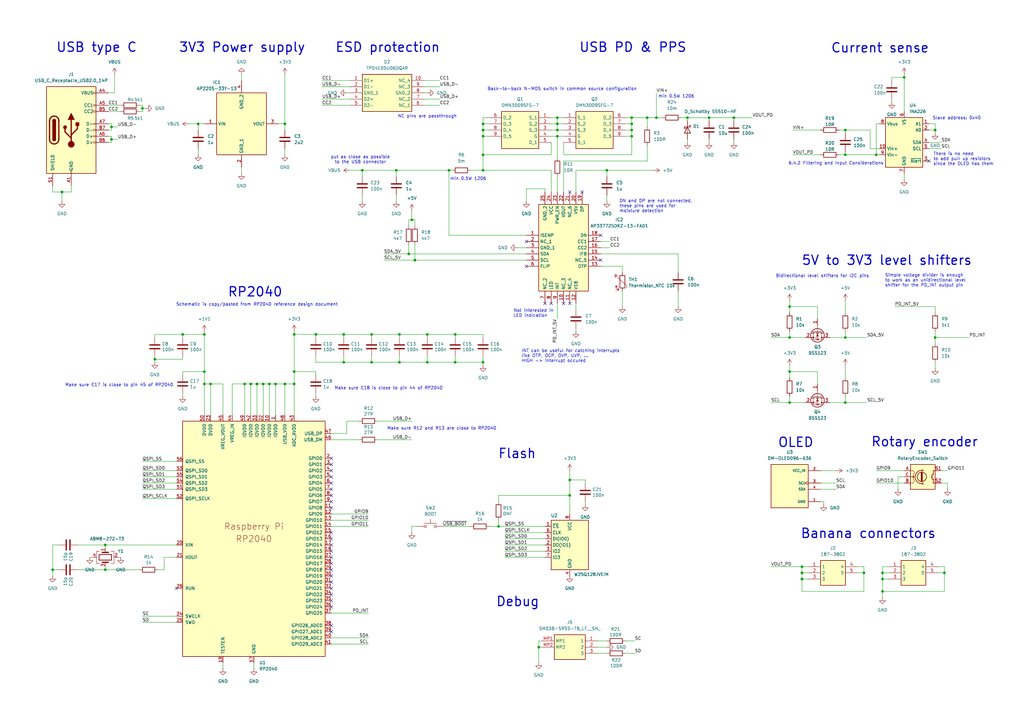
<source format=kicad_sch>
(kicad_sch (version 20250114) (generator "eeschema") (generator_version "9.0")
  (paper "A3")
  (text "6.4.2 Filtering and Input Considerations" (at 342.9 67.056 0) (effects (font (size 1.27 1.27))))
  (text "Bidirectional level shifters for I2C pins" (at 337.312 113.284 0) (effects (font (size 1.27 1.27))))
  (text "min 0.5W 1206" (at 277.368 39.624 0) (effects (font (size 1.27 1.27))))
  (text "Not interested in\nLED indication" (at 210.566 128.524 0) (effects (font (size 1.27 1.27)) (justify left)))
  (text "Back-to-back N-MOS switch in common source configuration" (at 199.898 36.576 0) (effects (font (size 1.27 1.27)) (justify left)))
  (text "DN and DP are not connected,\nthese pins are used for\nmoisture detection" (at 254 84.582 0) (effects (font (size 1.27 1.27)) (justify left)))
  (text "Debug" (at 212.344 246.888 0) (effects (font (size 3.81 3.81) (thickness 0.4763))))
  (text "put as close as possible\nto the USB connector" (at 147.828 65.532 0) (effects (font (size 1.27 1.27))))
  (text "ESD protection" (at 159.004 19.558 0) (effects (font (size 3.81 3.81) (thickness 0.4763))))
  (text "Banana connectors" (at 356.108 218.948 0) (effects (font (size 3.81 3.81) (thickness 0.4763))))
  (text "OLED" (at 326.39 181.61 0) (effects (font (size 3.81 3.81) (thickness 0.4763))))
  (text "Slave address: 0x40" (at 392.43 48.514 0) (effects (font (size 1.27 1.27))))
  (text "USB PD & PPS" (at 259.588 19.558 0) (effects (font (size 3.81 3.81) (thickness 0.4763))))
  (text "Make sure R12 and R13 are close to RP2040" (at 158.75 176.53 0) (effects (font (size 1.27 1.27)) (justify left bottom)))
  (text "There is no need\nto add pull up resistors\nsince the OLED has them " (at 382.778 65.278 0) (effects (font (size 1.27 1.27)) (justify left)))
  (text "Flash" (at 212.09 186.182 0) (effects (font (size 3.81 3.81) (thickness 0.4763))))
  (text "3V3 Power supply" (at 99.314 19.558 0) (effects (font (size 3.81 3.81) (thickness 0.4763))))
  (text "INT can be useful for catching interrupts\nlike OTP, OCP, OVP, UVP, ...\nHIGH -> interrupt occured" (at 213.868 146.05 0) (effects (font (size 1.27 1.27)) (justify left)))
  (text "min 0.5W 1206" (at 192.024 73.406 0) (effects (font (size 1.27 1.27))))
  (text "Make sure C17 is close to pin 45 of RP2040" (at 26.67 158.75 0) (effects (font (size 1.27 1.27)) (justify left bottom)))
  (text "Schematic is copy/pasted from RP2040 reference design document" (at 105.41 124.968 0) (effects (font (size 1.27 1.27))))
  (text "Make sure C18 is close to pin 44 of RP2040" (at 137.16 160.02 0) (effects (font (size 1.27 1.27)) (justify left bottom)))
  (text "NC pins are passthrough" (at 175.26 47.752 0) (effects (font (size 1.27 1.27))))
  (text "RP2040" (at 104.648 119.888 0) (effects (font (size 3.81 3.81) (thickness 0.4763))))
  (text "Current sense" (at 360.934 19.812 0) (effects (font (size 3.81 3.81) (thickness 0.4763))))
  (text "Rotary encoder" (at 379.222 181.356 0) (effects (font (size 3.81 3.81) (thickness 0.4763))))
  (text "5V to 3V3 level shifters" (at 363.728 106.934 0) (effects (font (size 3.81 3.81) (thickness 0.4763))))
  (text "USB type C" (at 39.624 19.558 0) (effects (font (size 3.81 3.81) (thickness 0.4763))))
  (text "Simple voltage divider is enough\nto work as an unidirectional level\nshifter for the PD_INT output pin" (at 362.966 115.062 0) (effects (font (size 1.27 1.27)) (justify left)))
  (junction (at 323.85 125.73))
  (junction (at 383.54 138.43))
  (junction (at 228.6 50.8))
  (junction (at 233.68 196.85))
  (junction (at 21.59 233.68))
  (junction (at 170.18 106.68))
  (junction (at 300.99 48.26))
  (junction (at 152.4 148.59))
  (junction (at 102.87 157.48))
  (junction (at 328.93 232.41))
  (junction (at 248.92 69.85))
  (junction (at 83.82 152.4))
  (junction (at 228.6 53.34))
  (junction (at 116.84 157.48))
  (junction (at 116.84 50.8))
  (junction (at 323.85 165.1))
  (junction (at 370.84 31.75))
  (junction (at 361.95 237.49))
  (junction (at 83.82 137.16))
  (junction (at 387.35 234.95))
  (junction (at 346.71 53.34))
  (junction (at 129.54 137.16))
  (junction (at 140.97 148.59))
  (junction (at 120.65 152.4))
  (junction (at 198.12 55.88))
  (junction (at 228.6 48.26))
  (junction (at 323.85 152.4))
  (junction (at 228.6 55.88))
  (junction (at 220.98 265.43))
  (junction (at 175.26 148.59))
  (junction (at 100.33 157.48))
  (junction (at 204.47 215.9))
  (junction (at 361.95 234.95))
  (junction (at 45.72 52.07))
  (junction (at 233.68 203.2))
  (junction (at 346.71 138.43))
  (junction (at 83.82 157.48))
  (junction (at 359.41 63.5))
  (junction (at 186.69 148.59))
  (junction (at 140.97 137.16))
  (junction (at 148.59 69.85))
  (junction (at 43.18 223.52))
  (junction (at 354.33 234.95))
  (junction (at 198.12 53.34))
  (junction (at 265.43 48.26))
  (junction (at 186.69 137.16))
  (junction (at 43.18 233.68))
  (junction (at 162.56 69.85))
  (junction (at 198.12 63.5))
  (junction (at 361.95 242.57))
  (junction (at 281.94 48.26))
  (junction (at 81.28 50.8))
  (junction (at 383.54 53.34))
  (junction (at 45.72 57.15))
  (junction (at 74.93 137.16))
  (junction (at 110.49 157.48))
  (junction (at 107.95 157.48))
  (junction (at 328.93 237.49))
  (junction (at 198.12 50.8))
  (junction (at 346.71 63.5))
  (junction (at 120.65 137.16))
  (junction (at 63.5 147.32))
  (junction (at 105.41 157.48))
  (junction (at 198.12 69.85))
  (junction (at 346.71 165.1))
  (junction (at 328.93 234.95))
  (junction (at 323.85 138.43))
  (junction (at 290.83 48.26))
  (junction (at 259.08 55.88))
  (junction (at 86.36 157.48))
  (junction (at 25.4 78.74))
  (junction (at 152.4 137.16))
  (junction (at 113.03 157.48))
  (junction (at 269.24 48.26))
  (junction (at 120.65 157.48))
  (junction (at 259.08 50.8))
  (junction (at 184.15 69.85))
  (junction (at 259.08 48.26))
  (junction (at 163.83 148.59))
  (junction (at 175.26 137.16))
  (junction (at 168.91 90.17))
  (junction (at 259.08 53.34))
  (junction (at 167.64 104.14))
  (junction (at 58.42 44.45))
  (junction (at 163.83 137.16))
  (junction (at 198.12 148.59))
  (no_connect (at 135.89 243.84))
  (no_connect (at 135.89 256.54))
  (no_connect (at 135.89 231.14))
  (no_connect (at 135.89 233.68))
  (no_connect (at 135.89 198.12))
  (no_connect (at 135.89 246.38))
  (no_connect (at 246.38 106.68))
  (no_connect (at 233.68 124.46))
  (no_connect (at 226.06 124.46))
  (no_connect (at 238.76 78.74))
  (no_connect (at 215.9 109.22))
  (no_connect (at 215.9 99.06))
  (no_connect (at 72.39 241.3))
  (no_connect (at 135.89 187.96))
  (no_connect (at 135.89 241.3))
  (no_connect (at 135.89 223.52))
  (no_connect (at 135.89 218.44))
  (no_connect (at 135.89 259.08))
  (no_connect (at 246.38 96.52))
  (no_connect (at 135.89 200.66))
  (no_connect (at 135.89 226.06))
  (no_connect (at 135.89 195.58))
  (no_connect (at 135.89 193.04))
  (no_connect (at 135.89 228.6))
  (no_connect (at 135.89 238.76))
  (no_connect (at 381 66.04))
  (no_connect (at 135.89 190.5))
  (no_connect (at 135.89 248.92))
  (no_connect (at 135.89 236.22))
  (no_connect (at 233.68 78.74))
  (no_connect (at 135.89 208.28))
  (no_connect (at 223.52 124.46))
  (no_connect (at 135.89 203.2))
  (no_connect (at 135.89 220.98))
  (no_connect (at 231.14 124.46))
  (no_connect (at 135.89 205.74))
  (wire (pts (xy 223.52 220.98) (xy 207.01 220.98)))
  (wire (pts (xy 359.41 198.12) (xy 370.84 198.12)))
  (wire (pts (xy 152.4 146.05) (xy 152.4 148.59)))
  (wire (pts (xy 323.85 152.4) (xy 323.85 154.94)))
  (wire (pts (xy 140.97 146.05) (xy 140.97 148.59)))
  (wire (pts (xy 198.12 69.85) (xy 226.06 69.85)))
  (wire (pts (xy 44.45 38.1) (xy 46.99 38.1)))
  (wire (pts (xy 132.08 43.18) (xy 143.51 43.18)))
  (wire (pts (xy 170.18 106.68) (xy 215.9 106.68)))
  (wire (pts (xy 63.5 137.16) (xy 74.93 137.16)))
  (wire (pts (xy 25.4 78.74) (xy 29.21 78.74)))
  (wire (pts (xy 116.84 50.8) (xy 116.84 53.34)))
  (wire (pts (xy 173.99 40.64) (xy 180.34 40.64)))
  (wire (pts (xy 148.59 80.01) (xy 148.59 82.55)))
  (wire (pts (xy 328.93 242.57) (xy 328.93 237.49)))
  (wire (pts (xy 74.93 152.4) (xy 83.82 152.4)))
  (wire (pts (xy 116.84 170.18) (xy 116.84 157.48)))
  (wire (pts (xy 323.85 165.1) (xy 330.2 165.1)))
  (wire (pts (xy 168.91 86.36) (xy 168.91 90.17)))
  (wire (pts (xy 43.18 232.41) (xy 43.18 233.68)))
  (wire (pts (xy 58.42 195.58) (xy 72.39 195.58)))
  (wire (pts (xy 316.23 165.1) (xy 323.85 165.1)))
  (wire (pts (xy 48.26 228.6) (xy 49.53 228.6)))
  (wire (pts (xy 248.92 80.01) (xy 248.92 82.55)))
  (wire (pts (xy 346.71 62.23) (xy 346.71 63.5)))
  (wire (pts (xy 223.52 77.47) (xy 223.52 78.74)))
  (wire (pts (xy 142.24 172.72) (xy 142.24 177.8)))
  (wire (pts (xy 256.54 262.89) (xy 260.35 262.89)))
  (wire (pts (xy 36.83 228.6) (xy 38.1 228.6)))
  (wire (pts (xy 220.98 262.89) (xy 220.98 265.43)))
  (wire (pts (xy 186.69 138.43) (xy 186.69 137.16)))
  (wire (pts (xy 198.12 138.43) (xy 198.12 137.16)))
  (wire (pts (xy 74.93 153.67) (xy 74.93 152.4)))
  (wire (pts (xy 45.72 57.15) (xy 48.26 57.15)))
  (wire (pts (xy 116.84 157.48) (xy 120.65 157.48)))
  (wire (pts (xy 152.4 138.43) (xy 152.4 137.16)))
  (wire (pts (xy 365.76 31.75) (xy 365.76 33.02)))
  (wire (pts (xy 370.84 71.12) (xy 370.84 73.66)))
  (wire (pts (xy 359.41 193.04) (xy 370.84 193.04)))
  (wire (pts (xy 204.47 203.2) (xy 233.68 203.2)))
  (wire (pts (xy 170.18 90.17) (xy 170.18 92.71)))
  (wire (pts (xy 198.12 48.26) (xy 198.12 50.8)))
  (wire (pts (xy 228.6 53.34) (xy 231.14 53.34)))
  (wire (pts (xy 200.66 48.26) (xy 198.12 48.26)))
  (wire (pts (xy 44.45 50.8) (xy 45.72 50.8)))
  (wire (pts (xy 356.87 53.34) (xy 356.87 60.96)))
  (wire (pts (xy 45.72 57.15) (xy 45.72 58.42)))
  (wire (pts (xy 290.83 48.26) (xy 290.83 49.53)))
  (wire (pts (xy 167.64 90.17) (xy 168.91 90.17)))
  (wire (pts (xy 259.08 48.26) (xy 265.43 48.26)))
  (wire (pts (xy 346.71 63.5) (xy 359.41 63.5)))
  (wire (pts (xy 323.85 123.19) (xy 323.85 125.73)))
  (wire (pts (xy 44.45 43.18) (xy 49.53 43.18)))
  (wire (pts (xy 383.54 53.34) (xy 383.54 54.61)))
  (wire (pts (xy 148.59 69.85) (xy 162.56 69.85)))
  (wire (pts (xy 259.08 63.5) (xy 259.08 55.88)))
  (wire (pts (xy 336.55 193.04) (xy 342.9 193.04)))
  (wire (pts (xy 81.28 50.8) (xy 81.28 53.34)))
  (wire (pts (xy 120.65 152.4) (xy 120.65 157.48)))
  (wire (pts (xy 361.95 242.57) (xy 387.35 242.57)))
  (wire (pts (xy 278.13 119.38) (xy 278.13 125.73)))
  (wire (pts (xy 323.85 152.4) (xy 335.28 152.4)))
  (wire (pts (xy 186.69 146.05) (xy 186.69 148.59)))
  (wire (pts (xy 74.93 147.32) (xy 74.93 146.05)))
  (wire (pts (xy 323.85 149.86) (xy 323.85 152.4)))
  (wire (pts (xy 346.71 53.34) (xy 346.71 54.61)))
  (wire (pts (xy 236.22 134.62) (xy 236.22 135.89)))
  (wire (pts (xy 24.13 223.52) (xy 21.59 223.52)))
  (wire (pts (xy 135.89 264.16) (xy 151.13 264.16)))
  (wire (pts (xy 21.59 233.68) (xy 21.59 236.22)))
  (wire (pts (xy 222.25 262.89) (xy 220.98 262.89)))
  (wire (pts (xy 354.33 242.57) (xy 328.93 242.57)))
  (wire (pts (xy 63.5 146.05) (xy 63.5 147.32)))
  (wire (pts (xy 120.65 152.4) (xy 129.54 152.4)))
  (wire (pts (xy 184.15 69.85) (xy 184.15 96.52)))
  (wire (pts (xy 58.42 252.73) (xy 72.39 252.73)))
  (wire (pts (xy 91.44 157.48) (xy 86.36 157.48)))
  (wire (pts (xy 316.23 232.41) (xy 328.93 232.41)))
  (wire (pts (xy 110.49 157.48) (xy 113.03 157.48)))
  (wire (pts (xy 246.38 104.14) (xy 278.13 104.14)))
  (wire (pts (xy 198.12 146.05) (xy 198.12 148.59)))
  (wire (pts (xy 368.3 195.58) (xy 368.3 200.66)))
  (wire (pts (xy 116.84 30.48) (xy 116.84 50.8)))
  (wire (pts (xy 228.6 48.26) (xy 228.6 50.8)))
  (wire (pts (xy 220.98 265.43) (xy 222.25 265.43)))
  (wire (pts (xy 105.41 170.18) (xy 105.41 157.48)))
  (wire (pts (xy 74.93 161.29) (xy 74.93 162.56)))
  (wire (pts (xy 107.95 157.48) (xy 110.49 157.48)))
  (wire (pts (xy 99.06 68.58) (xy 99.06 71.12)))
  (wire (pts (xy 157.48 104.14) (xy 167.64 104.14)))
  (wire (pts (xy 383.54 135.89) (xy 383.54 138.43)))
  (wire (pts (xy 246.38 101.6) (xy 250.19 101.6)))
  (wire (pts (xy 162.56 80.01) (xy 162.56 82.55)))
  (wire (pts (xy 328.93 234.95) (xy 328.93 237.49)))
  (wire (pts (xy 361.95 234.95) (xy 364.49 234.95)))
  (wire (pts (xy 335.28 125.73) (xy 335.28 130.81)))
  (wire (pts (xy 135.89 210.82) (xy 151.13 210.82)))
  (wire (pts (xy 173.99 38.1) (xy 175.26 38.1)))
  (wire (pts (xy 58.42 44.45) (xy 58.42 45.72)))
  (wire (pts (xy 167.64 100.33) (xy 167.64 104.14)))
  (wire (pts (xy 63.5 138.43) (xy 63.5 137.16)))
  (wire (pts (xy 198.12 63.5) (xy 226.06 63.5)))
  (wire (pts (xy 173.99 33.02) (xy 180.34 33.02)))
  (wire (pts (xy 198.12 50.8) (xy 198.12 53.34)))
  (wire (pts (xy 228.6 55.88) (xy 231.14 55.88)))
  (wire (pts (xy 152.4 148.59) (xy 140.97 148.59)))
  (wire (pts (xy 193.04 215.9) (xy 181.61 215.9)))
  (wire (pts (xy 132.08 35.56) (xy 143.51 35.56)))
  (wire (pts (xy 226.06 58.42) (xy 226.06 63.5)))
  (wire (pts (xy 361.95 242.57) (xy 361.95 245.11)))
  (wire (pts (xy 325.12 63.5) (xy 336.55 63.5)))
  (wire (pts (xy 45.72 52.07) (xy 45.72 53.34)))
  (wire (pts (xy 300.99 57.15) (xy 300.99 58.42)))
  (wire (pts (xy 57.15 45.72) (xy 58.42 45.72)))
  (wire (pts (xy 63.5 147.32) (xy 63.5 148.59)))
  (wire (pts (xy 245.11 267.97) (xy 248.92 267.97)))
  (wire (pts (xy 336.55 205.74) (xy 337.82 205.74)))
  (wire (pts (xy 344.17 53.34) (xy 346.71 53.34)))
  (wire (pts (xy 24.13 233.68) (xy 21.59 233.68)))
  (wire (pts (xy 83.82 152.4) (xy 83.82 157.48)))
  (wire (pts (xy 207.01 218.44) (xy 223.52 218.44)))
  (wire (pts (xy 370.84 30.48) (xy 370.84 31.75)))
  (wire (pts (xy 45.72 50.8) (xy 45.72 52.07)))
  (wire (pts (xy 168.91 90.17) (xy 170.18 90.17)))
  (wire (pts (xy 226.06 53.34) (xy 228.6 53.34)))
  (wire (pts (xy 228.6 50.8) (xy 228.6 53.34)))
  (wire (pts (xy 387.35 234.95) (xy 387.35 242.57)))
  (wire (pts (xy 215.9 77.47) (xy 223.52 77.47)))
  (wire (pts (xy 337.82 205.74) (xy 337.82 207.01)))
  (wire (pts (xy 129.54 146.05) (xy 129.54 148.59)))
  (wire (pts (xy 140.97 148.59) (xy 129.54 148.59)))
  (wire (pts (xy 248.92 69.85) (xy 267.97 69.85)))
  (wire (pts (xy 168.91 215.9) (xy 171.45 215.9)))
  (wire (pts (xy 198.12 53.34) (xy 200.66 53.34)))
  (wire (pts (xy 364.49 232.41) (xy 361.95 232.41)))
  (wire (pts (xy 43.18 223.52) (xy 72.39 223.52)))
  (wire (pts (xy 83.82 137.16) (xy 83.82 152.4)))
  (wire (pts (xy 246.38 99.06) (xy 250.19 99.06)))
  (wire (pts (xy 67.31 228.6) (xy 67.31 233.68)))
  (wire (pts (xy 44.45 45.72) (xy 49.53 45.72)))
  (wire (pts (xy 256.54 267.97) (xy 260.35 267.97)))
  (wire (pts (xy 328.93 232.41) (xy 328.93 234.95)))
  (wire (pts (xy 175.26 138.43) (xy 175.26 137.16)))
  (wire (pts (xy 100.33 170.18) (xy 100.33 157.48)))
  (wire (pts (xy 21.59 78.74) (xy 25.4 78.74)))
  (wire (pts (xy 102.87 157.48) (xy 105.41 157.48)))
  (wire (pts (xy 231.14 63.5) (xy 259.08 63.5)))
  (wire (pts (xy 323.85 138.43) (xy 330.2 138.43)))
  (wire (pts (xy 95.25 157.48) (xy 100.33 157.48)))
  (wire (pts (xy 365.76 41.91) (xy 365.76 40.64)))
  (wire (pts (xy 198.12 53.34) (xy 198.12 55.88)))
  (wire (pts (xy 236.22 124.46) (xy 236.22 127)))
  (wire (pts (xy 58.42 193.04) (xy 72.39 193.04)))
  (wire (pts (xy 269.24 48.26) (xy 271.78 48.26)))
  (wire (pts (xy 231.14 58.42) (xy 231.14 63.5)))
  (wire (pts (xy 21.59 76.2) (xy 21.59 78.74)))
  (wire (pts (xy 129.54 138.43) (xy 129.54 137.16)))
  (wire (pts (xy 383.54 148.59) (xy 383.54 151.13)))
  (wire (pts (xy 279.4 48.26) (xy 281.94 48.26)))
  (wire (pts (xy 140.97 137.16) (xy 152.4 137.16)))
  (wire (pts (xy 281.94 48.26) (xy 281.94 49.53)))
  (wire (pts (xy 91.44 271.78) (xy 91.44 274.32)))
  (wire (pts (xy 31.75 233.68) (xy 43.18 233.68)))
  (wire (pts (xy 265.43 48.26) (xy 269.24 48.26)))
  (wire (pts (xy 175.26 146.05) (xy 175.26 148.59)))
  (wire (pts (xy 167.64 92.71) (xy 167.64 90.17)))
  (wire (pts (xy 346.71 149.86) (xy 346.71 154.94)))
  (wire (pts (xy 200.66 215.9) (xy 204.47 215.9)))
  (wire (pts (xy 21.59 223.52) (xy 21.59 233.68)))
  (wire (pts (xy 99.06 30.48) (xy 99.06 33.02)))
  (wire (pts (xy 175.26 148.59) (xy 163.83 148.59)))
  (wire (pts (xy 290.83 57.15) (xy 290.83 58.42)))
  (wire (pts (xy 255.27 109.22) (xy 255.27 111.76)))
  (wire (pts (xy 154.94 180.34) (xy 168.91 180.34)))
  (wire (pts (xy 265.43 59.69) (xy 265.43 66.04)))
  (wire (pts (xy 323.85 125.73) (xy 335.28 125.73)))
  (wire (pts (xy 135.89 180.34) (xy 147.32 180.34)))
  (wire (pts (xy 346.71 123.19) (xy 346.71 128.27)))
  (wire (pts (xy 256.54 55.88) (xy 259.08 55.88)))
  (wire (pts (xy 25.4 78.74) (xy 25.4 82.55)))
  (wire (pts (xy 259.08 53.34) (xy 259.08 55.88)))
  (wire (pts (xy 351.79 234.95) (xy 354.33 234.95)))
  (wire (pts (xy 383.54 50.8) (xy 383.54 53.34)))
  (wire (pts (xy 236.22 69.85) (xy 248.92 69.85)))
  (wire (pts (xy 228.6 124.46) (xy 228.6 130.81)))
  (wire (pts (xy 135.89 215.9) (xy 151.13 215.9)))
  (wire (pts (xy 383.54 138.43) (xy 383.54 140.97)))
  (wire (pts (xy 186.69 137.16) (xy 198.12 137.16)))
  (wire (pts (xy 259.08 50.8) (xy 259.08 53.34)))
  (wire (pts (xy 43.18 233.68) (xy 57.15 233.68)))
  (wire (pts (xy 367.03 125.73) (xy 383.54 125.73)))
  (wire (pts (xy 255.27 119.38) (xy 255.27 125.73)))
  (wire (pts (xy 226.06 55.88) (xy 228.6 55.88)))
  (wire (pts (xy 120.65 135.89) (xy 120.65 137.16)))
  (wire (pts (xy 228.6 48.26) (xy 231.14 48.26)))
  (wire (pts (xy 148.59 69.85) (xy 148.59 72.39)))
  (wire (pts (xy 173.99 35.56) (xy 180.34 35.56)))
  (wire (pts (xy 204.47 205.74) (xy 204.47 203.2)))
  (wire (pts (xy 316.23 138.43) (xy 323.85 138.43)))
  (wire (pts (xy 120.65 137.16) (xy 129.54 137.16)))
  (wire (pts (xy 340.36 165.1) (xy 346.71 165.1)))
  (wire (pts (xy 226.06 69.85) (xy 226.06 78.74)))
  (wire (pts (xy 135.89 261.62) (xy 151.13 261.62)))
  (wire (pts (xy 383.54 128.27) (xy 383.54 125.73)))
  (wire (pts (xy 346.71 138.43) (xy 355.6 138.43)))
  (wire (pts (xy 154.94 172.72) (xy 168.91 172.72)))
  (wire (pts (xy 58.42 200.66) (xy 72.39 200.66)))
  (wire (pts (xy 231.14 66.04) (xy 231.14 78.74)))
  (wire (pts (xy 129.54 153.67) (xy 129.54 152.4)))
  (wire (pts (xy 386.08 198.12) (xy 388.62 198.12)))
  (wire (pts (xy 107.95 170.18) (xy 107.95 157.48)))
  (wire (pts (xy 143.51 69.85) (xy 148.59 69.85)))
  (wire (pts (xy 325.12 53.34) (xy 336.55 53.34)))
  (wire (pts (xy 102.87 170.18) (xy 102.87 157.48)))
  (wire (pts (xy 228.6 50.8) (xy 231.14 50.8)))
  (wire (pts (xy 328.93 232.41) (xy 331.47 232.41)))
  (wire (pts (xy 223.52 223.52) (xy 207.01 223.52)))
  (wire (pts (xy 346.71 162.56) (xy 346.71 165.1)))
  (wire (pts (xy 370.84 31.75) (xy 370.84 45.72)))
  (wire (pts (xy 135.89 213.36) (xy 151.13 213.36)))
  (wire (pts (xy 246.38 109.22) (xy 255.27 109.22)))
  (wire (pts (xy 95.25 170.18) (xy 95.25 157.48)))
  (wire (pts (xy 360.68 50.8) (xy 359.41 50.8)))
  (wire (pts (xy 170.18 100.33) (xy 170.18 106.68)))
  (wire (pts (xy 323.85 135.89) (xy 323.85 138.43)))
  (wire (pts (xy 83.82 135.89) (xy 83.82 137.16)))
  (wire (pts (xy 359.41 63.5) (xy 360.68 63.5)))
  (wire (pts (xy 186.69 148.59) (xy 175.26 148.59)))
  (wire (pts (xy 120.65 157.48) (xy 120.65 170.18)))
  (wire (pts (xy 346.71 53.34) (xy 356.87 53.34)))
  (wire (pts (xy 346.71 135.89) (xy 346.71 138.43)))
  (wire (pts (xy 57.15 43.18) (xy 58.42 43.18)))
  (wire (pts (xy 46.99 30.48) (xy 46.99 38.1)))
  (wire (pts (xy 58.42 44.45) (xy 59.69 44.45)))
  (wire (pts (xy 231.14 66.04) (xy 265.43 66.04)))
  (wire (pts (xy 240.03 196.85) (xy 233.68 196.85)))
  (wire (pts (xy 212.09 101.6) (xy 215.9 101.6)))
  (wire (pts (xy 44.45 53.34) (xy 45.72 53.34)))
  (wire (pts (xy 381 53.34) (xy 383.54 53.34)))
  (wire (pts (xy 167.64 104.14) (xy 215.9 104.14)))
  (wire (pts (xy 58.42 198.12) (xy 72.39 198.12)))
  (wire (pts (xy 381 58.42) (xy 386.08 58.42)))
  (wire (pts (xy 336.55 200.66) (xy 342.9 200.66)))
  (wire (pts (xy 245.11 265.43) (xy 248.92 265.43)))
  (wire (pts (xy 361.95 237.49) (xy 361.95 242.57)))
  (wire (pts (xy 44.45 55.88) (xy 45.72 55.88)))
  (wire (pts (xy 381 60.96) (xy 386.08 60.96)))
  (wire (pts (xy 328.93 234.95) (xy 331.47 234.95)))
  (wire (pts (xy 223.52 226.06) (xy 207.01 226.06)))
  (wire (pts (xy 186.69 148.59) (xy 198.12 148.59)))
  (wire (pts (xy 356.87 60.96) (xy 360.68 60.96)))
  (wire (pts (xy 381 50.8) (xy 383.54 50.8)))
  (wire (pts (xy 193.04 69.85) (xy 198.12 69.85)))
  (wire (pts (xy 113.03 157.48) (xy 116.84 157.48)))
  (wire (pts (xy 233.68 196.85) (xy 233.68 203.2)))
  (wire (pts (xy 240.03 205.74) (xy 240.03 207.01)))
  (wire (pts (xy 129.54 161.29) (xy 129.54 162.56)))
  (wire (pts (xy 354.33 232.41) (xy 354.33 234.95)))
  (wire (pts (xy 86.36 157.48) (xy 83.82 157.48)))
  (wire (pts (xy 331.47 237.49) (xy 328.93 237.49)))
  (wire (pts (xy 226.06 50.8) (xy 228.6 50.8)))
  (wire (pts (xy 387.35 232.41) (xy 387.35 234.95)))
  (wire (pts (xy 386.08 193.04) (xy 388.62 193.04)))
  (wire (pts (xy 129.54 137.16) (xy 140.97 137.16)))
  (wire (pts (xy 110.49 170.18) (xy 110.49 157.48)))
  (wire (pts (xy 300.99 48.26) (xy 300.99 49.53)))
  (wire (pts (xy 140.97 138.43) (xy 140.97 137.16)))
  (wire (pts (xy 215.9 82.55) (xy 215.9 77.47)))
  (wire (pts (xy 104.14 271.78) (xy 104.14 274.32)))
  (wire (pts (xy 81.28 60.96) (xy 81.28 63.5)))
  (wire (pts (xy 45.72 52.07) (xy 48.26 52.07)))
  (wire (pts (xy 132.08 40.64) (xy 143.51 40.64)))
  (wire (pts (xy 142.24 38.1) (xy 143.51 38.1)))
  (wire (pts (xy 113.03 157.48) (xy 113.03 170.18)))
  (wire (pts (xy 152.4 137.16) (xy 163.83 137.16)))
  (wire (pts (xy 58.42 43.18) (xy 58.42 44.45)))
  (wire (pts (xy 344.17 63.5) (xy 346.71 63.5)))
  (wire (pts (xy 198.12 55.88) (xy 200.66 55.88)))
  (wire (pts (xy 278.13 104.14) (xy 278.13 111.76)))
  (wire (pts (xy 256.54 50.8) (xy 259.08 50.8)))
  (wire (pts (xy 248.92 69.85) (xy 248.92 72.39)))
  (wire (pts (xy 384.81 234.95) (xy 387.35 234.95)))
  (wire (pts (xy 163.83 137.16) (xy 175.26 137.16)))
  (wire (pts (xy 168.91 218.44) (xy 168.91 215.9)))
  (wire (pts (xy 223.52 228.6) (xy 207.01 228.6)))
  (wire (pts (xy 163.83 148.59) (xy 152.4 148.59)))
  (wire (pts (xy 245.11 262.89) (xy 248.92 262.89)))
  (wire (pts (xy 228.6 55.88) (xy 228.6 64.77)))
  (wire (pts (xy 228.6 72.39) (xy 228.6 78.74)))
  (wire (pts (xy 226.06 48.26) (xy 228.6 48.26)))
  (wire (pts (xy 346.71 165.1) (xy 355.6 165.1)))
  (wire (pts (xy 361.95 234.95) (xy 361.95 237.49)))
  (wire (pts (xy 72.39 204.47) (xy 58.42 204.47)))
  (wire (pts (xy 281.94 48.26) (xy 290.83 48.26)))
  (wire (pts (xy 162.56 69.85) (xy 184.15 69.85)))
  (wire (pts (xy 361.95 237.49) (xy 364.49 237.49)))
  (wire (pts (xy 64.77 233.68) (xy 67.31 233.68)))
  (wire (pts (xy 86.36 170.18) (xy 86.36 157.48)))
  (wire (pts (xy 198.12 55.88) (xy 198.12 63.5)))
  (wire (pts (xy 116.84 60.96) (xy 116.84 63.5)))
  (wire (pts (xy 157.48 106.68) (xy 170.18 106.68)))
  (wire (pts (xy 336.55 198.12) (xy 342.9 198.12)))
  (wire (pts (xy 383.54 138.43) (xy 397.51 138.43)))
  (wire (pts (xy 233.68 193.04) (xy 233.68 196.85)))
  (wire (pts (xy 361.95 232.41) (xy 361.95 234.95)))
  (wire (pts (xy 105.41 157.48) (xy 107.95 157.48)))
  (wire (pts (xy 290.83 48.26) (xy 300.99 48.26)))
  (wire (pts (xy 77.47 50.8) (xy 81.28 50.8)))
  (wire (pts (xy 365.76 31.75) (xy 370.84 31.75)))
  (wire (pts (xy 198.12 50.8) (xy 200.66 50.8)))
  (wire (pts (xy 184.15 96.52) (xy 215.9 96.52)))
  (wire (pts (xy 198.12 148.59) (xy 198.12 149.86)))
  (wire (pts (xy 220.98 265.43) (xy 220.98 271.78)))
  (wire (pts (xy 45.72 57.15) (xy 45.72 55.88)))
  (wire (pts (xy 265.43 48.26) (xy 265.43 52.07)))
  (wire (pts (xy 29.21 76.2) (xy 29.21 78.74)))
  (wire (pts (xy 198.12 63.5) (xy 198.12 69.85)))
  (wire (pts (xy 135.89 177.8) (xy 142.24 177.8)))
  (wire (pts (xy 259.08 48.26) (xy 259.08 50.8)))
  (wire (pts (xy 43.18 224.79) (xy 43.18 223.52)))
  (wire (pts (xy 233.68 203.2) (xy 233.68 210.82)))
  (wire (pts (xy 63.5 147.32) (xy 74.93 147.32)))
  (wire (pts (xy 175.26 137.16) (xy 186.69 137.16)))
  (wire (pts (xy 256.54 53.34) (xy 259.08 53.34)))
  (wire (pts (xy 163.83 146.05) (xy 163.83 148.59)))
  (wire (pts (xy 335.28 152.4) (xy 335.28 157.48)))
  (wire (pts (xy 340.36 138.43) (xy 346.71 138.43)))
  (wire (pts (xy 120.65 137.16) (xy 120.65 152.4)))
  (wire (pts (xy 114.3 50.8) (xy 116.84 50.8)))
  (wire (pts (xy 44.45 58.42) (xy 45.72 58.42)))
  (wire (pts (xy 163.83 138.43) (xy 163.83 137.16)))
  (wire (pts (xy 173.99 43.18) (xy 180.34 43.18)))
  (wire (pts (xy 100.33 157.48) (xy 102.87 157.48)))
  (wire (pts (xy 269.24 38.1) (xy 269.24 48.26)))
  (wire (pts (xy 370.84 195.58) (xy 368.3 195.58)))
  (wire (pts (xy 184.15 69.85) (xy 185.42 69.85)))
  (wire (pts (xy 204.47 215.9) (xy 223.52 215.9)))
  (wire (pts (xy 91.44 170.18) (xy 91.44 157.48)))
  (wire (pts (xy 72.39 228.6) (xy 67.31 228.6)))
  (wire (pts (xy 31.75 223.52) (xy 43.18 223.52)))
  (wire (pts (xy 354.33 234.95) (xy 354.33 242.57)))
  (wire (pts (xy 132.08 33.02) (xy 143.51 33.02)))
  (wire (pts (xy 351.79 232.41) (xy 354.33 232.41)))
  (wire (pts (xy 204.47 213.36) (xy 204.47 215.9)))
  (wire (pts (xy 135.89 251.46) (xy 151.13 251.46)))
  (wire (pts (xy 384.81 232.41) (xy 387.35 232.41)))
  (wire (pts (xy 81.28 50.8) (xy 83.82 50.8)))
  (wire (pts (xy 240.03 198.12) (xy 240.03 196.85)))
  (wire (pts (xy 323.85 125.73) (xy 323.85 128.27)))
  (wire (pts (xy 142.24 172.72) (xy 147.32 172.72)))
  (wire (pts (xy 74.93 137.16) (xy 83.82 137.16)))
  (wire (pts (xy 72.39 189.23) (xy 58.42 189.23)))
  (wire (pts (xy 58.42 255.27) (xy 72.39 255.27)))
  (wire (pts (xy 300.99 48.26) (xy 308.61 48.26)))
  (wire (pts (xy 162.56 69.85) (xy 162.56 72.39)))
  (wire (pts (xy 256.54 48.26) (xy 259.08 48.26)))
  (wire (pts (xy 236.22 78.74) (xy 236.22 69.85)))
  (wire (pts (xy 323.85 162.56) (xy 323.85 165.1)))
  (wire (pts (xy 74.93 138.43) (xy 74.93 137.16)))
  (wire (pts (xy 281.94 57.15) (xy 281.94 58.42)))
  (wire (pts (xy 388.62 198.12) (xy 388.62 200.66)))
  (wire (pts (xy 359.41 50.8) (xy 359.41 63.5)))
  (wire (pts (xy 83.82 157.48) (xy 83.82 170.18)))
  (label "QSPI_SD3" (at 58.42 200.66 0))
  (label "USB_D-" (at 180.34 35.56 0))
  (label "QSPI_SD1" (at 207.01 223.52 0))
  (label "SCL" (at 342.9 198.12 0))
  (label "SDA" (at 386.08 58.42 0))
  (label "PD_INT_5V" (at 367.03 125.73 0))
  (label "VOUT_PD" (at 316.23 232.41 0))
  (label "VOUT_PD" (at 325.12 63.5 0))
  (label "QSPI_SCLK" (at 58.42 204.47 0))
  (label "PD_INT" (at 397.51 138.43 0))
  (label "SC" (at 58.42 252.73 0))
  (label "SCL_5V" (at 157.48 106.68 0))
  (label "VIN+" (at 269.24 38.1 0))
  (label "SCL" (at 386.08 60.96 0))
  (label "SC" (at 260.35 262.89 0))
  (label "CC2" (at 250.19 101.6 0))
  (label "USB_D-" (at 132.08 35.56 0))
  (label "QSPI_SD2" (at 58.42 198.12 0))
  (label "PD_INT_5V" (at 228.6 130.81 270))
  (label "USB_D-" (at 168.91 180.34 180))
  (label "USB_D-" (at 48.26 52.07 0))
  (label "SCL_5V" (at 355.6 165.1 0))
  (label "SDA_5V" (at 355.6 138.43 0))
  (label "GPIO9" (at 359.41 193.04 0))
  (label "QSPI_SCLK" (at 207.01 218.44 0))
  (label "QSPI_SD0" (at 207.01 220.98 0))
  (label "SD" (at 260.35 267.97 0))
  (label "GPIO9" (at 151.13 210.82 180))
  (label "CC1" (at 250.19 99.06 0))
  (label "CC2" (at 180.34 43.18 0))
  (label "SDA" (at 342.9 200.66 0))
  (label "QSPI_SD2" (at 207.01 226.06 0))
  (label "CC2" (at 44.45 45.72 0))
  (label "~{USB_BOOT}" (at 181.61 215.9 0))
  (label "USB_D+" (at 132.08 40.64 0))
  (label "GPIO10" (at 359.41 198.12 0))
  (label "USB_D+" (at 180.34 40.64 0))
  (label "SDA" (at 151.13 261.62 180))
  (label "USB_D+" (at 168.91 172.72 180))
  (label "SD" (at 58.42 255.27 0))
  (label "USB_D+" (at 48.26 57.15 0))
  (label "SCL" (at 151.13 264.16 180))
  (label "VIN+" (at 325.12 53.34 0))
  (label "SDA_5V" (at 157.48 104.14 0))
  (label "QSPI_SD1" (at 58.42 195.58 0))
  (label "SCL" (at 316.23 165.1 0))
  (label "GPIO11" (at 151.13 215.9 180))
  (label "CC1" (at 44.45 43.18 0))
  (label "VOUT_PD" (at 308.61 48.26 0))
  (label "PD_INT" (at 151.13 251.46 180))
  (label "QSPI_SS" (at 207.01 215.9 0))
  (label "CC1" (at 180.34 33.02 0))
  (label "GPIO11" (at 388.62 193.04 0))
  (label "QSPI_SD3" (at 207.01 228.6 0))
  (label "QSPI_SD0" (at 58.42 193.04 0))
  (label "CC1" (at 132.08 33.02 0))
  (label "QSPI_SS" (at 58.42 189.23 0))
  (label "GPIO10" (at 151.13 213.36 180))
  (label "SDA" (at 316.23 138.43 0))
  (label "CC2" (at 132.08 43.18 0))
  (symbol (lib_id "Memory_Flash:W25Q128JVS") (at 233.68 223.52 0) (unit 1)
    (property "Reference" "U2" (at 227.33 211.455 0))
    (property "Value" "W25Q128JVEIM" (at 242.57 235.585 0))
    (property "Footprint" "Package_SON:WSON-8-1EP_2x2mm_P0.5mm_EP0.9x1.6mm" (effects (hide yes)))
    (property "Datasheet" "http://www.winbond.com/resource-files/w25q128jv_dtr%20revc%2003272018%20plus.pdf" (effects (hide yes)))
  )
  (symbol (lib_id "Device:R") (at 204.47 209.55 0) (unit 1)
    (property "Reference" "R15" (at 206.248 208.3816 0) (effects (justify left)))
    (property "Value" "DNF" (at 206.248 210.693 0) (effects (justify left)))
    (property "Footprint" "Resistor_SMD:R_0402_1005Metric" (effects (hide yes)))
  )
  (symbol (lib_id "Device:R") (at 196.85 215.9 270) (unit 1)
    (property "Reference" "R16" (at 196.85 210.6422 90))
    (property "Value" "1k" (at 196.85 212.9536 90))
    (property "Footprint" "Resistor_SMD:R_0402_1005Metric" (effects (hide yes)))
  )
  (symbol (lib_id "Device:C") (at 240.03 201.93 0) (unit 1)
    (property "Reference" "C21" (at 242.951 200.7616 0) (effects (justify left)))
    (property "Value" "100n" (at 242.951 203.073 0) (effects (justify left)))
    (property "Footprint" "Capacitor_SMD:C_0402_1005Metric" (effects (hide yes)))
  )
  (symbol (lib_id "Device:R") (at 151.13 172.72 270) (unit 1)
    (property "Reference" "R12" (at 151.13 167.4622 90))
    (property "Value" "27R" (at 151.13 169.7736 90))
    (property "Footprint" "Resistor_SMD:R_0402_1005Metric" (effects (hide yes)))
  )
  (symbol (lib_id "Device:R") (at 151.13 180.34 270) (unit 1)
    (property "Reference" "R13" (at 151.13 175.0822 90))
    (property "Value" "27R" (at 151.13 177.3936 90))
    (property "Footprint" "Resistor_SMD:R_0402_1005Metric" (effects (hide yes)))
  )
  (symbol (lib_id "Device:C") (at 129.54 142.24 0) (unit 1)
    (property "Reference" "C10" (at 132.461 141.0716 0) (effects (justify left)))
    (property "Value" "100n" (at 132.461 143.383 0) (effects (justify left)))
    (property "Footprint" "Capacitor_SMD:C_0402_1005Metric" (effects (hide yes)))
  )
  (symbol (lib_id "Device:C") (at 140.97 142.24 0) (unit 1)
    (property "Reference" "C11" (at 143.891 141.0716 0) (effects (justify left)))
    (property "Value" "100n" (at 143.891 143.383 0) (effects (justify left)))
    (property "Footprint" "Capacitor_SMD:C_0402_1005Metric" (effects (hide yes)))
  )
  (symbol (lib_id "Device:C") (at 152.4 142.24 0) (unit 1)
    (property "Reference" "C12" (at 155.321 141.0716 0) (effects (justify left)))
    (property "Value" "100n" (at 155.321 143.383 0) (effects (justify left)))
    (property "Footprint" "Capacitor_SMD:C_0402_1005Metric" (effects (hide yes)))
  )
  (symbol (lib_id "Device:C") (at 163.83 142.24 0) (unit 1)
    (property "Reference" "C13" (at 166.751 141.0716 0) (effects (justify left)))
    (property "Value" "100n" (at 166.751 143.383 0) (effects (justify left)))
    (property "Footprint" "Capacitor_SMD:C_0402_1005Metric" (effects (hide yes)))
  )
  (symbol (lib_id "Device:C") (at 175.26 142.24 0) (unit 1)
    (property "Reference" "C14" (at 178.181 141.0716 0) (effects (justify left)))
    (property "Value" "100n" (at 178.181 143.383 0) (effects (justify left)))
    (property "Footprint" "Capacitor_SMD:C_0402_1005Metric" (effects (hide yes)))
  )
  (symbol (lib_id "Device:C") (at 186.69 142.24 0) (unit 1)
    (property "Reference" "C15" (at 189.611 141.0716 0) (effects (justify left)))
    (property "Value" "100n" (at 189.611 143.383 0) (effects (justify left)))
    (property "Footprint" "Capacitor_SMD:C_0402_1005Metric" (effects (hide yes)))
  )
  (symbol (lib_id "Device:C") (at 198.12 142.24 0) (unit 1)
    (property "Reference" "C16" (at 201.041 141.0716 0) (effects (justify left)))
    (property "Value" "100n" (at 201.041 143.383 0) (effects (justify left)))
    (property "Footprint" "Capacitor_SMD:C_0402_1005Metric" (effects (hide yes)))
  )
  (symbol (lib_id "Device:C") (at 63.5 142.24 0) (unit 1)
    (property "Reference" "C8" (at 66.421 141.0716 0) (effects (justify left)))
    (property "Value" "100n" (at 66.421 143.383 0) (effects (justify left)))
    (property "Footprint" "Capacitor_SMD:C_0402_1005Metric" (effects (hide yes)))
  )
  (symbol (lib_id "Device:C") (at 74.93 142.24 0) (unit 1)
    (property "Reference" "C9" (at 77.851 141.0716 0) (effects (justify left)))
    (property "Value" "100n" (at 77.851 143.383 0) (effects (justify left)))
    (property "Footprint" "Capacitor_SMD:C_0402_1005Metric" (effects (hide yes)))
  )
  (symbol (lib_id "Device:C") (at 74.93 157.48 0) (unit 1)
    (property "Reference" "C17" (at 77.851 156.3116 0) (effects (justify left)))
    (property "Value" "1u" (at 77.851 158.623 0) (effects (justify left)))
    (property "Footprint" "Capacitor_SMD:C_0402_1005Metric" (effects (hide yes)))
  )
  (symbol (lib_id "Device:C") (at 129.54 157.48 0) (unit 1)
    (property "Reference" "C18" (at 132.461 156.3116 0) (effects (justify left)))
    (property "Value" "1u" (at 132.461 158.623 0) (effects (justify left)))
    (property "Footprint" "Capacitor_SMD:C_0402_1005Metric" (effects (hide yes)))
  )
  (symbol (lib_id "Device:R") (at 346.71 158.75 0) (unit 1)
    (property "Reference" "R8" (at 349.25 157.4799 0) (effects (justify left)))
    (property "Value" "10k" (at 349.25 160.0199 0) (effects (justify left)))
    (property "Footprint" "Resistor_SMD:R_0402_1005Metric" (effects (hide yes)))
    (property "Description" "Resistor" (effects (hide yes)))
  )
  (symbol (lib_name "+3V3_2") (lib_id "power:+3V3") (at 323.85 149.86 0) (unit 1)
    (property "Reference" "#PWR015" (effects (hide yes)))
    (property "Value" "+3V3" (at 323.85 144.78 0))
    (property "Description" "Power symbol creates a global label with name \"+3V3\"" (effects (hide yes)))
  )
  (symbol (lib_name "GND_1") (lib_id "power:GND") (at 233.68 236.22 0) (unit 1)
    (property "Reference" "#PWR081" (effects (hide yes)))
    (property "Value" "GND" (at 233.68 241.3 0))
    (property "Description" "Power symbol creates a global label with name \"GND\" , ground" (effects (hide yes)))
  )
  (symbol (lib_name "GND_1") (lib_id "power:GND") (at 99.06 71.12 0) (unit 1)
    (property "Reference" "#PWR063" (effects (hide yes)))
    (property "Value" "GND" (at 99.06 76.2 0))
    (property "Description" "Power symbol creates a global label with name \"GND\" , ground" (effects (hide yes)))
  )
  (symbol (lib_name "GND_1") (lib_id "power:GND") (at 368.3 200.66 0) (unit 1)
    (property "Reference" "#PWR049" (effects (hide yes)))
    (property "Value" "GND" (at 368.3 205.74 0))
    (property "Description" "Power symbol creates a global label with name \"GND\" , ground" (effects (hide yes)))
  )
  (symbol (lib_id "Device:Thermistor_NTC") (at 255.27 115.57 0) (unit 1)
    (property "Reference" "TH1" (at 257.81 114.6174 0) (effects (justify left)))
    (property "Value" "Thermistor_NTC 10k" (at 257.81 117.1574 0) (effects (justify left)))
    (property "Footprint" "Resistor_SMD:R_0402_1005Metric" (effects (hide yes)))
    (property "Description" "Temperature dependent resistor, negative temperature coefficient" (effects (hide yes)))
  )
  (symbol (lib_id "Device:C") (at 116.84 57.15 0) (unit 1)
    (property "Reference" "C3" (at 120.65 55.8799 0) (effects (justify left)))
    (property "Value" "2u2" (at 120.65 58.4199 0) (effects (justify left)))
    (property "Footprint" "Capacitor_SMD:C_0402_1005Metric" (effects (hide yes)))
    (property "Description" "Unpolarized capacitor" (effects (hide yes)))
  )
  (symbol (lib_name "GND_1") (lib_id "power:GND") (at 63.5 148.59 0) (unit 1)
    (property "Reference" "#PWR069" (effects (hide yes)))
    (property "Value" "GND" (at 63.5 153.67 0))
    (property "Description" "Power symbol creates a global label with name \"GND\" , ground" (effects (hide yes)))
  )
  (symbol (lib_id "Device:R") (at 340.36 53.34 90) (unit 1)
    (property "Reference" "R19" (at 340.36 48.514 90))
    (property "Value" "10R" (at 340.36 51.054 90))
    (property "Footprint" "Resistor_SMD:R_0402_1005Metric" (effects (hide yes)))
    (property "Description" "Resistor" (effects (hide yes)))
  )
  (symbol (lib_id "SamacSys:DMN3009SFG-7") (at 231.14 48.26 0) (unit 1)
    (property "Reference" "Q2" (at 243.84 40.64 0))
    (property "Value" "DMN3009SFG-7" (at 243.84 43.18 0))
    (property "Footprint" "SamacSys:DMTH8008LFGQ7" (effects (hide yes)))
    (property "Datasheet" "https://www.diodes.com/datasheet/download/DMN3009SFG.pdf" (effects (hide yes)))
    (property "Description" "MOSFETs 30V N-Ch Enh FET 20Vgs Low Rdson" (effects (hide yes)))
    (property "Height" "0.8" (effects (hide yes)))
    (property "Mouser Part Number" "621-DMN3009SFG-7" (effects (hide yes)))
    (property "Mouser Price/Stock" "https://www.mouser.co.uk/ProductDetail/Diodes-Incorporated/DMN3009SFG-7?qs=NnBbvHfz1MnfgYcTpHZiGg%3D%3D" (effects (hide yes)))
    (property "Manufacturer_Name" "Diodes Incorporated" (effects (hide yes)))
    (property "Manufacturer_Part_Number" "DMN3009SFG-7" (effects (hide yes)))
  )
  (symbol (lib_name "GND_1") (lib_id "power:GND") (at 300.99 58.42 0) (unit 1)
    (property "Reference" "#PWR087" (effects (hide yes)))
    (property "Value" "GND" (at 300.99 63.5 0))
    (property "Description" "Power symbol creates a global label with name \"GND\" , ground" (effects (hide yes)))
  )
  (symbol (lib_name "+1V1_1") (lib_id "power:+1V1") (at 83.82 135.89 0) (unit 1)
    (property "Reference" "#PWR01" (effects (hide yes)))
    (property "Value" "+1V1" (at 83.82 130.81 0))
    (property "Description" "Power symbol creates a global label with name \"+1V1\"" (effects (hide yes)))
  )
  (symbol (lib_id "Device:C") (at 148.59 76.2 0) (unit 1)
    (property "Reference" "C23" (at 151.892 74.93 0) (effects (justify left)))
    (property "Value" "100n" (at 151.892 77.47 0) (effects (justify left)))
    (property "Footprint" "Capacitor_SMD:C_0402_1005Metric" (effects (hide yes)))
    (property "Description" "Unpolarized capacitor" (effects (hide yes)))
  )
  (symbol (lib_id "power:+5V") (at 267.97 69.85 270) (unit 1)
    (property "Reference" "#PWR011" (effects (hide yes)))
    (property "Value" "+5V" (at 271.78 69.8499 90) (effects (justify left)))
    (property "Description" "Power symbol creates a global label with name \"+5V\"" (effects (hide yes)))
  )
  (symbol (lib_name "GND_1") (lib_id "power:GND") (at 81.28 63.5 0) (unit 1)
    (property "Reference" "#PWR064" (effects (hide yes)))
    (property "Value" "GND" (at 81.28 68.58 0))
    (property "Description" "Power symbol creates a global label with name \"GND\" , ground" (effects (hide yes)))
  )
  (symbol (lib_name "+3V3_2") (lib_id "power:+3V3") (at 233.68 193.04 0) (unit 1)
    (property "Reference" "#PWR08" (effects (hide yes)))
    (property "Value" "+3V3" (at 233.68 187.96 0))
    (property "Description" "Power symbol creates a global label with name \"+3V3\"" (effects (hide yes)))
  )
  (symbol (lib_id "Device:C") (at 162.56 76.2 0) (unit 1)
    (property "Reference" "C4" (at 166.37 74.9299 0) (effects (justify left)))
    (property "Value" "1u" (at 166.37 77.4699 0) (effects (justify left)))
    (property "Footprint" "Capacitor_SMD:C_0402_1005Metric" (effects (hide yes)))
    (property "Description" "Unpolarized capacitor" (effects (hide yes)))
  )
  (symbol (lib_name "GND_1") (lib_id "power:GND") (at 365.76 41.91 0) (unit 1)
    (property "Reference" "#PWR084" (effects (hide yes)))
    (property "Value" "GND" (at 365.76 46.99 0))
    (property "Description" "Power symbol creates a global label with name \"GND\" , ground" (effects (hide yes)))
  )
  (symbol (lib_name "GND_1") (lib_id "power:GND") (at 361.95 245.11 0) (unit 1)
    (property "Reference" "#PWR031" (effects (hide yes)))
    (property "Value" "GND" (at 361.95 250.19 0))
    (property "Description" "Power symbol creates a global label with name \"GND\" , ground" (effects (hide yes)))
  )
  (symbol (lib_id "Device:R") (at 189.23 69.85 90) (unit 1)
    (property "Reference" "R6" (at 189.23 63.5 90))
    (property "Value" "5m" (at 189.23 66.04 90))
    (property "Footprint" "Resistor_SMD:R_1206_3216Metric" (effects (hide yes)))
    (property "Description" "Resistor" (effects (hide yes)))
  )
  (symbol (lib_name "GND_1") (lib_id "power:GND") (at 129.54 162.56 0) (unit 1)
    (property "Reference" "#PWR071" (effects (hide yes)))
    (property "Value" "GND" (at 129.54 167.64 0))
    (property "Description" "Power symbol creates a global label with name \"GND\" , ground" (effects (hide yes)))
  )
  (symbol (lib_name "+3V3_2") (lib_id "power:+3V3") (at 116.84 30.48 0) (unit 1)
    (property "Reference" "#PWR016" (effects (hide yes)))
    (property "Value" "+3V3" (at 116.84 25.4 0))
    (property "Description" "Power symbol creates a global label with name \"+3V3\"" (effects (hide yes)))
  )
  (symbol (lib_id "Connector:USB_C_Receptacle_USB2.0_14P") (at 29.21 53.34 0) (unit 1)
    (property "Reference" "J1" (at 29.21 30.48 0))
    (property "Value" "USB_C_Receptacle_USB2.0_14P" (at 29.21 33.02 0))
    (property "Footprint" "Connector_USB:USB_C_Receptacle_GCT_USB4105-xx-A_16P_TopMnt_Horizontal" (effects (hide yes)))
    (property "Datasheet" "https://www.usb.org/sites/default/files/documents/usb_type-c.zip" (effects (hide yes)))
    (property "Description" "USB 2.0-only 14P Type-C Receptacle connector" (effects (hide yes)))
  )
  (symbol (lib_id "SamacSys:187-3802") (at 331.47 232.41 0) (unit 1)
    (property "Reference" "J2" (at 341.63 224.79 0))
    (property "Value" "187-3802" (at 341.63 227.33 0))
    (property "Footprint" "1873802" (effects (hide yes)))
    (property "Datasheet" "https://in.rsdelivers.com/product/rs-pro/rs-pro-black-red-female-banana-socket-4-mm-24a-1kv/1873802" (effects (hide yes)))
    (property "Description" "RS PRO 4 mm Black, Red Female Banana Socket, 1kV, 24A" (effects (hide yes)))
    (property "Height" "11.5" (effects (hide yes)))
    (property "Manufacturer_Name" "RS Pro" (effects (hide yes)))
    (property "Manufacturer_Part_Number" "187-3802" (effects (hide yes)))
  )
  (symbol (lib_name "VBUS_1") (lib_id "power:VBUS") (at 77.47 50.8 90) (unit 1)
    (property "Reference" "#PWR06" (effects (hide yes)))
    (property "Value" "VBUS" (at 73.66 50.7999 90) (effects (justify left)))
    (property "Description" "Power symbol creates a global label with name \"VBUS\"" (effects (hide yes)))
  )
  (symbol (lib_name "GND_1") (lib_id "power:GND") (at 36.83 228.6 0) (unit 1)
    (property "Reference" "#PWR074" (effects (hide yes)))
    (property "Value" "GND" (at 36.83 233.68 0))
    (property "Description" "Power symbol creates a global label with name \"GND\" , ground" (effects (hide yes)))
  )
  (symbol (lib_id "Device:Crystal_GND24") (at 43.18 228.6 270) (unit 1)
    (property "Reference" "Y1" (at 48.26 226.06 90) (effects (justify left)))
    (property "Value" "ABM8-272-T3" (at 36.83 220.98 90) (effects (justify left)))
    (property "Footprint" "Crystal:Crystal_SMD_3225-4Pin_3.2x2.5mm" (effects (hide yes)))
  )
  (symbol (lib_id "power:+5V") (at 168.91 86.36 0) (unit 1)
    (property "Reference" "#PWR046" (effects (hide yes)))
    (property "Value" "+5V" (at 168.91 81.28 0))
    (property "Description" "Power symbol creates a global label with name \"+5V\"" (effects (hide yes)))
  )
  (symbol (lib_id "SamacSys:AP2205-33Y-13") (at 83.82 50.8 0) (unit 1)
    (property "Reference" "IC1" (at 88.9 33.782 0))
    (property "Value" "AP2205-33Y-13" (at 88.9 36.322 0))
    (property "Footprint" "SamacSys:2DB1132R13" (effects (hide yes)))
    (property "Datasheet" "https://www.diodes.com/assets/Datasheets/AP2205.pdf" (effects (hide yes)))
    (property "Description" "DiodesZetex AP2205-33Y-13, 1 Low Dropout Voltage, Voltage Regulator 250mA, 3.3 V 3-Pin, SOT" (effects (hide yes)))
    (property "Height" "1.6" (effects (hide yes)))
    (property "Mouser Part Number" "621-AP2205-33Y-13" (effects (hide yes)))
    (property "Mouser Price/Stock" "https://www.mouser.co.uk/ProductDetail/Diodes-Incorporated/AP2205-33Y-13?qs=EBDBlbfErPzP8sx3ZsR%2Feg%3D%3D" (effects (hide yes)))
    (property "Manufacturer_Name" "Diodes Incorporated" (effects (hide yes)))
    (property "Manufacturer_Part_Number" "AP2205-33Y-13" (effects (hide yes)))
  )
  (symbol (lib_name "GND_1") (lib_id "power:GND") (at 220.98 271.78 0) (unit 1)
    (property "Reference" "#PWR082" (effects (hide yes)))
    (property "Value" "GND" (at 220.98 276.86 0))
    (property "Description" "Power symbol creates a global label with name \"GND\" , ground" (effects (hide yes)))
  )
  (symbol (lib_name "+3V3_2") (lib_id "power:+3V3") (at 120.65 135.89 0) (unit 1)
    (property "Reference" "#PWR05" (effects (hide yes)))
    (property "Value" "+3V3" (at 120.65 130.81 0))
    (property "Description" "Power symbol creates a global label with name \"+3V3\"" (effects (hide yes)))
  )
  (symbol (lib_id "SamacSys:187-3802") (at 364.49 232.41 0) (unit 1)
    (property "Reference" "J3" (at 374.65 224.79 0))
    (property "Value" "187-3802" (at 374.65 227.33 0))
    (property "Footprint" "1873802" (effects (hide yes)))
    (property "Datasheet" "https://in.rsdelivers.com/product/rs-pro/rs-pro-black-red-female-banana-socket-4-mm-24a-1kv/1873802" (effects (hide yes)))
    (property "Description" "RS PRO 4 mm Black, Red Female Banana Socket, 1kV, 24A" (effects (hide yes)))
    (property "Height" "11.5" (effects (hide yes)))
    (property "Manufacturer_Name" "RS Pro" (effects (hide yes)))
    (property "Manufacturer_Part_Number" "187-3802" (effects (hide yes)))
  )
  (symbol (lib_id "Device:R") (at 252.73 262.89 270) (unit 1)
    (property "Reference" "R21" (at 252.476 258.064 90))
    (property "Value" "100R" (at 252.476 260.3754 90))
    (property "Footprint" "Resistor_SMD:R_0402_1005Metric" (effects (hide yes)))
  )
  (symbol (lib_id "Device:R") (at 53.34 45.72 90) (unit 1)
    (property "Reference" "R5" (at 53.594 48.514 90))
    (property "Value" "5k1" (at 56.896 48.514 90))
    (property "Footprint" "Resistor_SMD:R_0402_1005Metric" (effects (hide yes)))
    (property "Description" "Resistor" (effects (hide yes)))
  )
  (symbol (lib_id "Device:C") (at 27.94 223.52 270) (unit 1)
    (property "Reference" "C19" (at 29.1084 226.441 0) (effects (justify left)))
    (property "Value" "15p" (at 26.797 226.441 0) (effects (justify left)))
    (property "Footprint" "Capacitor_SMD:C_0402_1005Metric" (effects (hide yes)))
  )
  (symbol (lib_name "GND_1") (lib_id "power:GND") (at 255.27 125.73 0) (unit 1)
    (property "Reference" "#PWR054" (effects (hide yes)))
    (property "Value" "GND" (at 255.27 130.81 0))
    (property "Description" "Power symbol creates a global label with name \"GND\" , ground" (effects (hide yes)))
  )
  (symbol (lib_id "Device:C") (at 300.99 53.34 0) (unit 1)
    (property "Reference" "C24" (at 304.292 52.07 0) (effects (justify left)))
    (property "Value" "100n" (at 304.292 54.61 0) (effects (justify left)))
    (property "Footprint" "Capacitor_SMD:C_0402_1005Metric" (effects (hide yes)))
    (property "Description" "Unpolarized capacitor" (effects (hide yes)))
  )
  (symbol (lib_name "+3V3_2") (lib_id "power:+3V3") (at 323.85 123.19 0) (unit 1)
    (property "Reference" "#PWR017" (effects (hide yes)))
    (property "Value" "+3V3" (at 323.85 118.11 0))
    (property "Description" "Power symbol creates a global label with name \"+3V3\"" (effects (hide yes)))
  )
  (symbol (lib_id "Device:C") (at 248.92 76.2 0) (unit 1)
    (property "Reference" "C5" (at 252.73 74.9299 0) (effects (justify left)))
    (property "Value" "1u" (at 252.73 77.4699 0) (effects (justify left)))
    (property "Footprint" "Capacitor_SMD:C_0402_1005Metric" (effects (hide yes)))
    (property "Description" "Unpolarized capacitor" (effects (hide yes)))
  )
  (symbol (lib_name "GND_1") (lib_id "power:GND") (at 212.09 101.6 270) (unit 1)
    (property "Reference" "#PWR060" (effects (hide yes)))
    (property "Value" "GND" (at 208.28 101.5999 90) (effects (justify right)))
    (property "Description" "Power symbol creates a global label with name \"GND\" , ground" (effects (hide yes)))
  )
  (symbol (lib_id "Device:R") (at 167.64 96.52 180) (unit 1)
    (property "Reference" "R17" (at 161.29 95.25 0) (effects (justify right)))
    (property "Value" "4k7" (at 161.29 97.79 0) (effects (justify right)))
    (property "Footprint" "Resistor_SMD:R_0402_1005Metric" (effects (hide yes)))
    (property "Description" "Resistor" (effects (hide yes)))
  )
  (symbol (lib_name "GND_1") (lib_id "power:GND") (at 116.84 63.5 0) (unit 1)
    (property "Reference" "#PWR062" (effects (hide yes)))
    (property "Value" "GND" (at 116.84 68.58 0))
    (property "Description" "Power symbol creates a global label with name \"GND\" , ground" (effects (hide yes)))
  )
  (symbol (lib_id "Device:R") (at 170.18 96.52 0) (unit 1)
    (property "Reference" "R18" (at 172.72 95.2499 0) (effects (justify left)))
    (property "Value" "4k7" (at 172.72 97.7899 0) (effects (justify left)))
    (property "Footprint" "Resistor_SMD:R_0402_1005Metric" (effects (hide yes)))
    (property "Description" "Resistor" (effects (hide yes)))
  )
  (symbol (lib_id "power:+5V") (at 346.71 123.19 0) (unit 1)
    (property "Reference" "#PWR02" (effects (hide yes)))
    (property "Value" "+5V" (at 346.71 118.11 0))
    (property "Description" "Power symbol creates a global label with name \"+5V\"" (effects (hide yes)))
  )
  (symbol (lib_id "Switch:SW_Push") (at 176.53 215.9 0) (unit 1)
    (property "Reference" "SW2" (at 176.53 208.28 0))
    (property "Value" "BOOT" (at 176.53 210.82 0))
    (property "Footprint" "SamacSys:SW_3x4mm" (effects (hide yes)))
    (property "Description" "Push button switch, generic, two pins" (effects (hide yes)))
  )
  (symbol (lib_name "GND_1") (lib_id "power:GND") (at 59.69 44.45 90) (unit 1)
    (property "Reference" "#PWR065" (effects (hide yes)))
    (property "Value" "GND" (at 63.5 44.4499 90) (effects (justify right)))
    (property "Description" "Power symbol creates a global label with name \"GND\" , ground" (effects (hide yes)))
  )
  (symbol (lib_id "Device:R") (at 275.59 48.26 90) (unit 1)
    (property "Reference" "R24" (at 275.59 41.91 90))
    (property "Value" "10m" (at 275.59 44.45 90))
    (property "Footprint" "Resistor_SMD:R_1206_3216Metric" (effects (hide yes)))
    (property "Description" "Resistor" (effects (hide yes)))
  )
  (symbol (lib_name "GND_1") (lib_id "power:GND") (at 278.13 125.73 0) (unit 1)
    (property "Reference" "#PWR055" (effects (hide yes)))
    (property "Value" "GND" (at 278.13 130.81 0))
    (property "Description" "Power symbol creates a global label with name \"GND\" , ground" (effects (hide yes)))
  )
  (symbol (lib_id "Device:R") (at 383.54 132.08 0) (unit 1)
    (property "Reference" "R9" (at 386.08 130.8099 0) (effects (justify left)))
    (property "Value" "5k1" (at 386.08 133.3499 0) (effects (justify left)))
    (property "Footprint" "Resistor_SMD:R_0402_1005Metric" (effects (hide yes)))
    (property "Description" "Resistor" (effects (hide yes)))
  )
  (symbol (lib_name "GND_1") (lib_id "power:GND") (at 370.84 73.66 0) (unit 1)
    (property "Reference" "#PWR051" (effects (hide yes)))
    (property "Value" "GND" (at 370.84 78.74 0))
    (property "Description" "Power symbol creates a global label with name \"GND\" , ground" (effects (hide yes)))
  )
  (symbol (lib_id "Device:C") (at 236.22 130.81 0) (unit 1)
    (property "Reference" "C7" (at 240.03 129.5399 0) (effects (justify left)))
    (property "Value" "100n" (at 240.03 132.0799 0) (effects (justify left)))
    (property "Footprint" "Capacitor_SMD:C_0402_1005Metric" (effects (hide yes)))
    (property "Description" "Unpolarized capacitor" (effects (hide yes)))
  )
  (symbol (lib_name "GND_1") (lib_id "power:GND") (at 240.03 207.01 0) (unit 1)
    (property "Reference" "#PWR080" (effects (hide yes)))
    (property "Value" "GND" (at 240.03 212.09 0))
    (property "Description" "Power symbol creates a global label with name \"GND\" , ground" (effects (hide yes)))
  )
  (symbol (lib_id "Sensor_Energy:INA226") (at 370.84 58.42 0) (unit 1)
    (property "Reference" "U4" (at 372.9833 43.18 0) (effects (justify left)))
    (property "Value" "INA226" (at 372.9833 45.72 0) (effects (justify left)))
    (property "Footprint" "Package_SO:VSSOP-10_3x3mm_P0.5mm" (effects (hide yes)))
    (property "Datasheet" "http://www.ti.com/lit/ds/symlink/ina226.pdf" (effects (hide yes)))
    (property "Description" "High-Side or Low-Side Measurement, Bi-Directional Current and Power Monitor (0-36V) with I2C Compatible Interface, VSSOP-10" (effects (hide yes)))
  )
  (symbol (lib_name "GND_1") (lib_id "power:GND") (at 248.92 265.43 90) (unit 1)
    (property "Reference" "#PWR083" (effects (hide yes)))
    (property "Value" "GND" (at 252.73 265.4299 90) (effects (justify right)))
    (property "Description" "Power symbol creates a global label with name \"GND\" , ground" (effects (hide yes)))
  )
  (symbol (lib_id "Device:R") (at 228.6 68.58 0) (unit 1)
    (property "Reference" "R11" (at 231.14 67.3099 0) (effects (justify left)))
    (property "Value" "10R" (at 231.14 69.8499 0) (effects (justify left)))
    (property "Footprint" "Resistor_SMD:R_0402_1005Metric" (effects (hide yes)))
    (property "Description" "Resistor" (effects (hide yes)))
  )
  (symbol (lib_id "Device:RotaryEncoder_Switch") (at 378.46 195.58 0) (unit 1)
    (property "Reference" "SW1" (at 378.46 185.42 0))
    (property "Value" "RotaryEncoder_Switch" (at 378.46 187.96 0))
    (property "Footprint" "Rotary_Encoder:EC11 horizontal" (effects (hide yes)))
    (property "Description" "Rotary encoder, dual channel, incremental quadrate outputs, with switch" (effects (hide yes)))
  )
  (symbol (lib_id "Device:R") (at 323.85 132.08 0) (unit 1)
    (property "Reference" "R1" (at 326.39 130.8099 0) (effects (justify left)))
    (property "Value" "10k" (at 326.39 133.3499 0) (effects (justify left)))
    (property "Footprint" "Resistor_SMD:R_0402_1005Metric" (effects (hide yes)))
    (property "Description" "Resistor" (effects (hide yes)))
  )
  (symbol (lib_id "Device:C") (at 365.76 36.83 0) (unit 1)
    (property "Reference" "C22" (at 358.394 35.56 0) (effects (justify left)))
    (property "Value" "100n" (at 358.394 38.1 0) (effects (justify left)))
    (property "Footprint" "Capacitor_SMD:C_0402_1005Metric" (effects (hide yes)))
    (property "Description" "Unpolarized capacitor" (effects (hide yes)))
  )
  (symbol (lib_id "Device:C") (at 81.28 57.15 0) (unit 1)
    (property "Reference" "C2" (at 85.09 55.8799 0) (effects (justify left)))
    (property "Value" "1u" (at 85.09 58.4199 0) (effects (justify left)))
    (property "Footprint" "Capacitor_SMD:C_0402_1005Metric" (effects (hide yes)))
    (property "Description" "Unpolarized capacitor" (effects (hide yes)))
  )
  (symbol (lib_id "Transistor_FET:BSS123") (at 335.28 162.56 270) (unit 1)
    (property "Reference" "Q4" (at 335.28 168.91 90))
    (property "Value" "BSS123" (at 335.28 171.45 90))
    (property "Footprint" "Package_TO_SOT_SMD:SOT-23" (effects (hide yes)))
    (property "Datasheet" "http://www.diodes.com/assets/Datasheets/ds30366.pdf" (effects (hide yes)))
    (property "Description" "0.17A Id, 100V Vds, N-Channel MOSFET, SOT-23" (effects (hide yes)))
  )
  (symbol (lib_name "VBUS_1") (lib_id "power:VBUS") (at 46.99 30.48 0) (unit 1)
    (property "Reference" "#PWR07" (effects (hide yes)))
    (property "Value" "VBUS" (at 46.99 25.4 0))
    (property "Description" "Power symbol creates a global label with name \"VBUS\"" (effects (hide yes)))
  )
  (symbol (lib_id "Device:R") (at 60.96 233.68 270) (unit 1)
    (property "Reference" "R14" (at 60.96 228.4222 90))
    (property "Value" "1k" (at 60.96 230.7336 90))
    (property "Footprint" "Resistor_SMD:R_0402_1005Metric" (effects (hide yes)))
  )
  (symbol (lib_name "GND_1") (lib_id "power:GND") (at 104.14 274.32 0) (unit 1)
    (property "Reference" "#PWR076" (effects (hide yes)))
    (property "Value" "GND" (at 104.14 279.4 0))
    (property "Description" "Power symbol creates a global label with name \"GND\" , ground" (effects (hide yes)))
  )
  (symbol (lib_name "GND_1") (lib_id "power:GND") (at 383.54 151.13 0) (unit 1)
    (property "Reference" "#PWR032" (effects (hide yes)))
    (property "Value" "GND" (at 383.54 156.21 0))
    (property "Description" "Power symbol creates a global label with name \"GND\" , ground" (effects (hide yes)))
  )
  (symbol (lib_id "Device:D_Schottky") (at 281.94 53.34 270) (unit 1)
    (property "Reference" "D1" (at 284.226 51.816 90) (effects (justify left)))
    (property "Value" "D_Schottky SS510-HF" (at 280.67 45.72 90) (effects (justify left)))
    (property "Footprint" "Diode_SMD:D_SMA" (effects (hide yes)))
    (property "Datasheet" "https://eu.mouser.com/datasheet/2/80/CDBC520_HF_Thru195419__CDBC5100_HF_RevB-2504940.pdf" (effects (hide yes)))
    (property "Description" "Schottky diode" (effects (hide yes)))
  )
  (symbol (lib_id "Device:R") (at 383.54 144.78 0) (unit 1)
    (property "Reference" "R10" (at 386.08 143.5099 0) (effects (justify left)))
    (property "Value" "10k" (at 386.08 146.0499 0) (effects (justify left)))
    (property "Footprint" "Resistor_SMD:R_0402_1005Metric" (effects (hide yes)))
    (property "Description" "Resistor" (effects (hide yes)))
  )
  (symbol (lib_name "GND_1") (lib_id "power:GND") (at 215.9 82.55 0) (unit 1)
    (property "Reference" "#PWR056" (effects (hide yes)))
    (property "Value" "GND" (at 215.9 87.63 0))
    (property "Description" "Power symbol creates a global label with name \"GND\" , ground" (effects (hide yes)))
  )
  (symbol (lib_id "Device:R") (at 323.85 158.75 0) (unit 1)
    (property "Reference" "R7" (at 326.39 157.4799 0) (effects (justify left)))
    (property "Value" "10k" (at 326.39 160.0199 0) (effects (justify left)))
    (property "Footprint" "Resistor_SMD:R_0402_1005Metric" (effects (hide yes)))
    (property "Description" "Resistor" (effects (hide yes)))
  )
  (symbol (lib_id "SamacSys:SM03B-SRSS-TB_LF__SN_") (at 222.25 262.89 0) (unit 1)
    (property "Reference" "J5" (at 233.68 255.27 0))
    (property "Value" "SM03B-SRSS-TB_LF__SN_" (at 233.68 257.81 0))
    (property "Footprint" "SM03BSRSSTBLFSN" (effects (hide yes)))
    (property "Datasheet" "http://www.jst-mfg.com/product/pdf/eng/eSR.pdf" (effects (hide yes)))
    (property "Description" "Wire To Board / Wire To Wire Connector RoHS" (effects (hide yes)))
    (property "Height" "2.9" (effects (hide yes)))
    (property "Mouser Part Number" "N/A" (effects (hide yes)))
    (property "Mouser Price/Stock" "https://www.mouser.co.uk/ProductDetail/JST-Commercial/SM03B-SRSS-TBLFSN?qs=IKkN%2F947nfBpJw20m79wuw%3D%3D" (effects (hide yes)))
    (property "Manufacturer_Name" "JST (JAPAN SOLDERLESS TERMINALS)" (effects (hide yes)))
    (property "Manufacturer_Part_Number" "SM03B-SRSS-TB(LF)(SN)" (effects (hide yes)))
  )
  (symbol (lib_id "SamacSys:AP33772SDKZ-13-FA01") (at 215.9 96.52 0) (unit 1)
    (property "Reference" "IC2" (at 254 90.0998 0))
    (property "Value" "AP33772SDKZ-13-FA01" (at 254 92.6398 0))
    (property "Footprint" "SamacSys:AP33772SDKZ13FA01" (effects (hide yes)))
    (property "Datasheet" "https://www.diodes.com/datasheet/download/AP33772S.pdf" (effects (hide yes)))
    (property "Description" "USB, Type-C Controller PMIC W-QFN4040-24 (Type A1)" (effects (hide yes)))
    (property "Height" "0.8" (effects (hide yes)))
    (property "Mouser Part Number" "621-P33772SDKZ13FA01" (effects (hide yes)))
    (property "Mouser Price/Stock" "https://www.mouser.co.uk/ProductDetail/Diodes-Incorporated/AP33772SDKZ-13-FA01?qs=2wMNvWM5ZX4CLYQ4%252BLyimw%3D%3D" (effects (hide yes)))
    (property "Manufacturer_Name" "Diodes Incorporated" (effects (hide yes)))
    (property "Manufacturer_Part_Number" "AP33772SDKZ-13-FA01" (effects (hide yes)))
  )
  (symbol (lib_id "DM-OLED096-636:DM-OLED096-636") (at 323.85 200.66 0) (unit 1)
    (property "Reference" "U3" (at 323.85 185.42 0))
    (property "Value" "DM-OLED096-636" (at 323.85 187.96 0))
    (property "Footprint" "SamacSys:MODULE_DM-OLED096-636" (effects (hide yes)))
    (property "MF" "Display Module" (effects (hide yes)))
    (property "MAXIMUM_PACKAGE_HEIGHT" "11.3 mm" (effects (hide yes)))
    (property "Package" "Package" (effects (hide yes)))
    (property "Price" "None" (effects (hide yes)))
    (property "Check_prices" "https://www.snapeda.com/parts/DM-OLED096-636/Display+Module/view-part/?ref=eda" (effects (hide yes)))
    (property "STANDARD" "Manufacturer Recommendations" (effects (hide yes)))
    (property "PARTREV" "2018-09-10" (effects (hide yes)))
    (property "SnapEDA_Link" "https://www.snapeda.com/parts/DM-OLED096-636/Display+Module/view-part/?ref=snap" (effects (hide yes)))
    (property "MP" "DM-OLED096-636" (effects (hide yes)))
    (property "Description_1" "0.96” 128 X 64 MONOCHROME GRAPHIC OLED DISPLAY MODULE - I2C" (effects (hide yes)))
    (property "Availability" "Not in stock" (effects (hide yes)))
    (property "MANUFACTURER" "Displaymodule" (effects (hide yes)))
  )
  (symbol (lib_name "GND_1") (lib_id "power:GND") (at 281.94 58.42 0) (unit 1)
    (property "Reference" "#PWR059" (effects (hide yes)))
    (property "Value" "GND" (at 281.94 63.5 0))
    (property "Description" "Power symbol creates a global label with name \"GND\" , ground" (effects (hide yes)))
  )
  (symbol (lib_name "GND_1") (lib_id "power:GND") (at 148.59 82.55 0) (unit 1)
    (property "Reference" "#PWR086" (effects (hide yes)))
    (property "Value" "GND" (at 148.59 87.63 0))
    (property "Description" "Power symbol creates a global label with name \"GND\" , ground" (effects (hide yes)))
  )
  (symbol (lib_id "Device:C") (at 290.83 53.34 0) (unit 1)
    (property "Reference" "C1" (at 294.64 52.0699 0) (effects (justify left)))
    (property "Value" "10u" (at 294.64 54.6099 0) (effects (justify left)))
    (property "Footprint" "Capacitor_SMD:C_1206_3216Metric" (effects (hide yes)))
    (property "Description" "Unpolarized capacitor" (effects (hide yes)))
  )
  (symbol (lib_name "GND_1") (lib_id "power:GND") (at 142.24 38.1 270) (unit 1)
    (property "Reference" "#PWR068" (effects (hide yes)))
    (property "Value" "GND" (at 138.43 38.0999 90) (effects (justify right)))
    (property "Description" "Power symbol creates a global label with name \"GND\" , ground" (effects (hide yes)))
  )
  (symbol (lib_id "Device:R") (at 265.43 55.88 0) (unit 1)
    (property "Reference" "R3" (at 267.97 54.6099 0) (effects (justify left)))
    (property "Value" "100R" (at 267.97 57.1499 0) (effects (justify left)))
    (property "Footprint" "Resistor_SMD:R_0402_1005Metric" (effects (hide yes)))
    (property "Description" "Resistor" (effects (hide yes)))
  )
  (symbol (lib_name "GND_1") (lib_id "power:GND") (at 162.56 82.55 0) (unit 1)
    (property "Reference" "#PWR088" (effects (hide yes)))
    (property "Value" "GND" (at 162.56 87.63 0))
    (property "Description" "Power symbol creates a global label with name \"GND\" , ground" (effects (hide yes)))
  )
  (symbol (lib_id "Device:R") (at 346.71 132.08 0) (unit 1)
    (property "Reference" "R2" (at 349.25 130.8099 0) (effects (justify left)))
    (property "Value" "10k" (at 349.25 133.3499 0) (effects (justify left)))
    (property "Footprint" "Resistor_SMD:R_0402_1005Metric" (effects (hide yes)))
    (property "Description" "Resistor" (effects (hide yes)))
  )
  (symbol (lib_id "Transistor_FET:BSS123") (at 335.28 135.89 270) (unit 1)
    (property "Reference" "Q3" (at 335.28 142.24 90))
    (property "Value" "BSS123" (at 335.28 144.78 90))
    (property "Footprint" "Package_TO_SOT_SMD:SOT-23" (effects (hide yes)))
    (property "Datasheet" "http://www.diodes.com/assets/Datasheets/ds30366.pdf" (effects (hide yes)))
    (property "Description" "0.17A Id, 100V Vds, N-Channel MOSFET, SOT-23" (effects (hide yes)))
  )
  (symbol (lib_id "Device:R") (at 252.73 267.97 270) (unit 1)
    (property "Reference" "R22" (at 252.73 270.7386 90))
    (property "Value" "100R" (at 252.73 273.05 90))
    (property "Footprint" "Resistor_SMD:R_0402_1005Metric" (effects (hide yes)))
  )
  (symbol (lib_name "GND_1") (lib_id "power:GND") (at 175.26 38.1 90) (unit 1)
    (property "Reference" "#PWR067" (effects (hide yes)))
    (property "Value" "GND" (at 179.07 38.0999 90) (effects (justify right)))
    (property "Description" "Power symbol creates a global label with name \"GND\" , ground" (effects (hide yes)))
  )
  (symbol (lib_name "+3V3_2") (lib_id "power:+3V3") (at 342.9 193.04 270) (unit 1)
    (property "Reference" "#PWR09" (effects (hide yes)))
    (property "Value" "+3V3" (at 346.71 193.0399 90) (effects (justify left)))
    (property "Description" "Power symbol creates a global label with name \"+3V3\"" (effects (hide yes)))
  )
  (symbol (lib_name "GND_1") (lib_id "power:GND") (at 198.12 149.86 0) (unit 1)
    (property "Reference" "#PWR078" (effects (hide yes)))
    (property "Value" "GND" (at 198.12 154.94 0))
    (property "Description" "Power symbol creates a global label with name \"GND\" , ground" (effects (hide yes)))
  )
  (symbol (lib_name "GND_1") (lib_id "power:GND") (at 21.59 236.22 0) (unit 1)
    (property "Reference" "#PWR072" (effects (hide yes)))
    (property "Value" "GND" (at 21.59 241.3 0))
    (property "Description" "Power symbol creates a global label with name \"GND\" , ground" (effects (hide yes)))
  )
  (symbol (lib_name "GND_1") (lib_id "power:GND") (at 25.4 82.55 0) (unit 1)
    (property "Reference" "#PWR066" (effects (hide yes)))
    (property "Value" "GND" (at 25.4 87.63 0))
    (property "Description" "Power symbol creates a global label with name \"GND\" , ground" (effects (hide yes)))
  )
  (symbol (lib_id "Device:C") (at 27.94 233.68 270) (unit 1)
    (property "Reference" "C20" (at 29.1084 236.601 0) (effects (justify left)))
    (property "Value" "15p" (at 26.797 236.601 0) (effects (justify left)))
    (property "Footprint" "Capacitor_SMD:C_0402_1005Metric" (effects (hide yes)))
  )
  (symbol (lib_name "GND_1") (lib_id "power:GND") (at 290.83 58.42 0) (unit 1)
    (property "Reference" "#PWR058" (effects (hide yes)))
    (property "Value" "GND" (at 290.83 63.5 0))
    (property "Description" "Power symbol creates a global label with name \"GND\" , ground" (effects (hide yes)))
  )
  (symbol (lib_name "+3V3_2") (lib_id "power:+3V3") (at 370.84 30.48 0) (unit 1)
    (property "Reference" "#PWR012" (effects (hide yes)))
    (property "Value" "+3V3" (at 370.84 25.4 0))
    (property "Description" "Power symbol creates a global label with name \"+3V3\"" (effects (hide yes)))
  )
  (symbol (lib_id "SamacSys:TPD4E05U06DQAR") (at 143.51 33.02 0) (unit 1)
    (property "Reference" "D2" (at 158.75 25.4 0))
    (property "Value" "TPD4E05U06DQAR" (at 158.75 27.94 0))
    (property "Footprint" "SamacSys:DQA_R-PUSON-N10_" (effects (hide yes)))
    (property "Datasheet" "http://www.ti.com/lit/gpn/tpd4e05u06" (effects (hide yes)))
    (property "Description" "4-Channel Ultra-Low-Capacitance IEC ESD Protection Diode" (effects (hide yes)))
    (property "Mouser Part Number" "595-TPD4E05U06DQAR" (effects (hide yes)))
    (property "Mouser Price/Stock" "https://www.mouser.co.uk/ProductDetail/Texas-Instruments/TPD4E05U06DQAR?qs=%2FCrDlo5IrVPi4woOvWz0qA%3D%3D" (effects (hide yes)))
    (property "Manufacturer_Name" "Texas Instruments" (effects (hide yes)))
    (property "Manufacturer_Part_Number" "TPD4E05U06DQAR" (effects (hide yes)))
  )
  (symbol (lib_name "GND_1") (lib_id "power:GND") (at 49.53 228.6 0) (unit 1)
    (property "Reference" "#PWR073" (effects (hide yes)))
    (property "Value" "GND" (at 49.53 233.68 0))
    (property "Description" "Power symbol creates a global label with name \"GND\" , ground" (effects (hide yes)))
  )
  (symbol (lib_id "Device:R") (at 340.36 63.5 90) (unit 1)
    (property "Reference" "R20" (at 340.36 58.674 90))
    (property "Value" "10R" (at 340.36 61.214 90))
    (property "Footprint" "Resistor_SMD:R_0402_1005Metric" (effects (hide yes)))
    (property "Description" "Resistor" (effects (hide yes)))
  )
  (symbol (lib_id "Device:R") (at 53.34 43.18 90) (unit 1)
    (property "Reference" "R4" (at 53.594 40.894 90))
    (property "Value" "5k1" (at 56.896 40.894 90))
    (property "Footprint" "Resistor_SMD:R_0402_1005Metric" (effects (hide yes)))
    (property "Description" "Resistor" (effects (hide yes)))
  )
  (symbol (lib_id "SamacSys:DMN3009SFG-7") (at 226.06 48.26 0) (mirror y) (unit 1)
    (property "Reference" "Q1" (at 213.36 40.64 0))
    (property "Value" "DMN3009SFG-7" (at 213.36 43.18 0))
    (property "Footprint" "SamacSys:DMTH8008LFGQ7" (effects (hide yes)))
    (property "Datasheet" "https://www.diodes.com/datasheet/download/DMN3009SFG.pdf" (effects (hide yes)))
    (property "Description" "MOSFETs 30V N-Ch Enh FET 20Vgs Low Rdson" (effects (hide yes)))
    (property "Height" "0.8" (effects (hide yes)))
    (property "Mouser Part Number" "621-DMN3009SFG-7" (effects (hide yes)))
    (property "Mouser Price/Stock" "https://www.mouser.co.uk/ProductDetail/Diodes-Incorporated/DMN3009SFG-7?qs=NnBbvHfz1MnfgYcTpHZiGg%3D%3D" (effects (hide yes)))
    (property "Manufacturer_Name" "Diodes Incorporated" (effects (hide yes)))
    (property "Manufacturer_Part_Number" "DMN3009SFG-7" (effects (hide yes)))
  )
  (symbol (lib_name "GND_1") (lib_id "power:GND") (at 248.92 82.55 0) (unit 1)
    (property "Reference" "#PWR057" (effects (hide yes)))
    (property "Value" "GND" (at 248.92 87.63 0))
    (property "Description" "Power symbol creates a global label with name \"GND\" , ground" (effects (hide yes)))
  )
  (symbol (lib_name "GND_1") (lib_id "power:GND") (at 168.91 218.44 0) (unit 1)
    (property "Reference" "#PWR079" (effects (hide yes)))
    (property "Value" "GND" (at 168.91 223.52 0))
    (property "Description" "Power symbol creates a global label with name \"GND\" , ground" (effects (hide yes)))
  )
  (symbol (lib_id "Device:C") (at 346.71 58.42 0) (unit 1)
    (property "Reference" "C25" (at 350.012 57.15 0) (effects (justify left)))
    (property "Value" "100n" (at 350.012 59.69 0) (effects (justify left)))
    (property "Footprint" "Capacitor_SMD:C_0402_1005Metric" (effects (hide yes)))
    (property "Description" "Unpolarized capacitor" (effects (hide yes)))
  )
  (symbol (lib_name "GND_1") (lib_id "power:GND") (at 99.06 30.48 180) (unit 1)
    (property "Reference" "#PWR077" (effects (hide yes)))
    (property "Value" "GND" (at 99.06 25.4 0))
    (property "Description" "Power symbol creates a global label with name \"GND\" , ground" (effects (hide yes)))
  )
  (symbol (lib_id "Device:C") (at 278.13 115.57 0) (unit 1)
    (property "Reference" "C6" (at 281.94 114.2999 0) (effects (justify left)))
    (property "Value" "100n" (at 281.94 116.8399 0) (effects (justify left)))
    (property "Footprint" "Capacitor_SMD:C_0402_1005Metric" (effects (hide yes)))
    (property "Description" "Unpolarized capacitor" (effects (hide yes)))
  )
  (symbol (lib_name "VBUS_2") (lib_id "power:VBUS") (at 143.51 69.85 90) (unit 1)
    (property "Reference" "#PWR04" (effects (hide yes)))
    (property "Value" "VBUS" (at 139.7 69.8499 90) (effects (justify left)))
    (property "Description" "Power symbol creates a global label with name \"VBUS\"" (effects (hide yes)))
  )
  (symbol (lib_name "GND_1") (lib_id "power:GND") (at 74.93 162.56 0) (unit 1)
    (property "Reference" "#PWR070" (effects (hide yes)))
    (property "Value" "GND" (at 74.93 167.64 0))
    (property "Description" "Power symbol creates a global label with name \"GND\" , ground" (effects (hide yes)))
  )
  (symbol (lib_id "power:+5V") (at 346.71 149.86 0) (unit 1)
    (property "Reference" "#PWR013" (effects (hide yes)))
    (property "Value" "+5V" (at 346.71 144.78 0))
    (property "Description" "Power symbol creates a global label with name \"+5V\"" (effects (hide yes)))
  )
  (symbol (lib_id "MCU_RaspberryPi_RP2040:RP2040") (at 104.14 220.98 0) (unit 1)
    (property "Reference" "U1" (at 106.2833 271.78 0) (effects (justify left)))
    (property "Value" "RP2040" (at 106.2833 274.32 0) (effects (justify left)))
    (property "Footprint" "MCU_RaspberryPi_RP2040:RP2040-QFN-56" (effects (hide yes)))
  )
  (symbol (lib_name "GND_1") (lib_id "power:GND") (at 337.82 207.01 0) (unit 1)
    (property "Reference" "#PWR050" (effects (hide yes)))
    (property "Value" "GND" (at 340.36 208.2799 0) (effects (justify left)))
    (property "Description" "Power symbol creates a global label with name \"GND\" , ground" (effects (hide yes)))
  )
  (symbol (lib_name "GND_1") (lib_id "power:GND") (at 91.44 274.32 0) (unit 1)
    (property "Reference" "#PWR075" (effects (hide yes)))
    (property "Value" "GND" (at 91.44 279.4 0))
    (property "Description" "Power symbol creates a global label with name \"GND\" , ground" (effects (hide yes)))
  )
  (symbol (lib_name "GND_1") (lib_id "power:GND") (at 236.22 135.89 0) (unit 1)
    (property "Reference" "#PWR053" (effects (hide yes)))
    (property "Value" "GND" (at 236.22 140.97 0))
    (property "Description" "Power symbol creates a global label with name \"GND\" , ground" (effects (hide yes)))
  )
  (symbol (lib_name "GND_1") (lib_id "power:GND") (at 383.54 54.61 0) (unit 1)
    (property "Reference" "#PWR085" (effects (hide yes)))
    (property "Value" "GND" (at 383.54 59.69 0))
    (property "Description" "Power symbol creates a global label with name \"GND\" , ground" (effects (hide yes)))
  )
  (symbol (lib_name "GND_1") (lib_id "power:GND") (at 388.62 200.66 0) (unit 1)
    (property "Reference" "#PWR040" (effects (hide yes)))
    (property "Value" "GND" (at 388.62 205.74 0))
    (property "Description" "Power symbol creates a global label with name \"GND\" , ground" (effects (hide yes)))
  )
)
</source>
